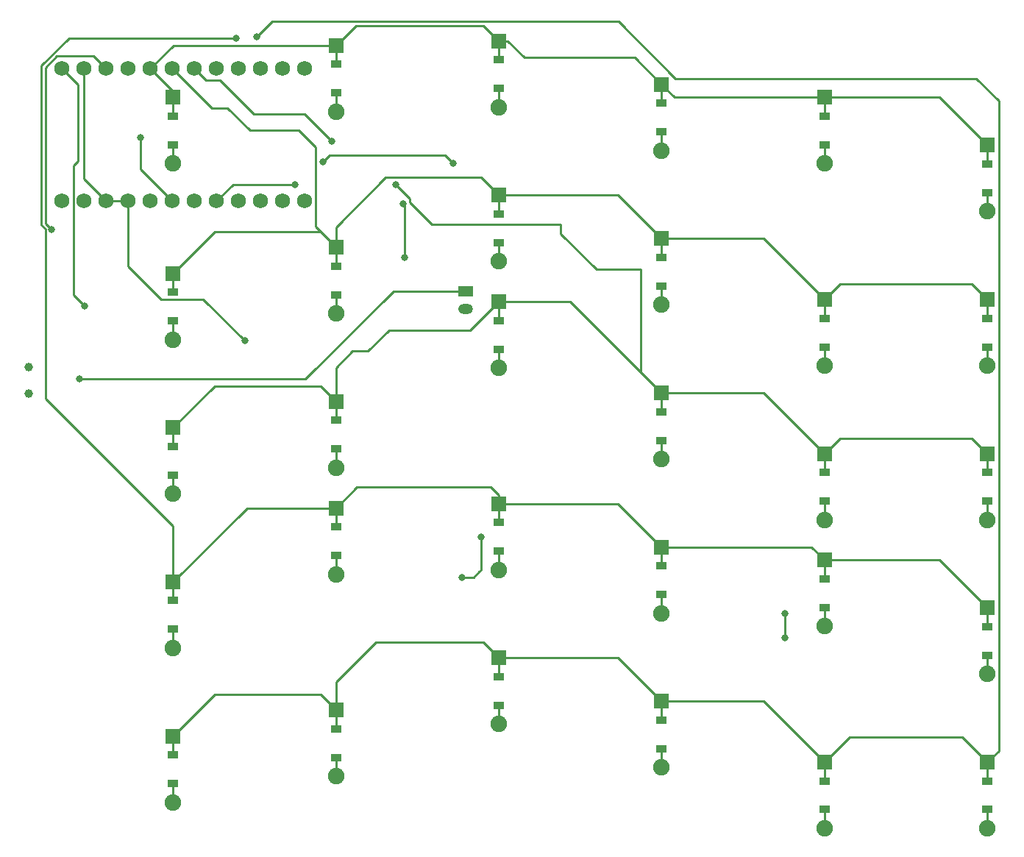
<source format=gbr>
%TF.GenerationSoftware,KiCad,Pcbnew,8.0.7*%
%TF.CreationDate,2025-01-07T17:01:18+01:00*%
%TF.ProjectId,right_finished,72696768-745f-4666-996e-69736865642e,v1.0.0*%
%TF.SameCoordinates,Original*%
%TF.FileFunction,Copper,L1,Top*%
%TF.FilePolarity,Positive*%
%FSLAX46Y46*%
G04 Gerber Fmt 4.6, Leading zero omitted, Abs format (unit mm)*
G04 Created by KiCad (PCBNEW 8.0.7) date 2025-01-07 17:01:18*
%MOMM*%
%LPD*%
G01*
G04 APERTURE LIST*
%TA.AperFunction,WasherPad*%
%ADD10C,1.000000*%
%TD*%
%TA.AperFunction,ComponentPad*%
%ADD11R,1.778000X1.778000*%
%TD*%
%TA.AperFunction,SMDPad,CuDef*%
%ADD12R,1.200000X0.900000*%
%TD*%
%TA.AperFunction,ComponentPad*%
%ADD13C,1.905000*%
%TD*%
%TA.AperFunction,ComponentPad*%
%ADD14C,1.752600*%
%TD*%
%TA.AperFunction,ComponentPad*%
%ADD15R,1.700000X1.200000*%
%TD*%
%TA.AperFunction,ComponentPad*%
%ADD16O,1.700000X1.200000*%
%TD*%
%TA.AperFunction,ViaPad*%
%ADD17C,0.800000*%
%TD*%
%TA.AperFunction,Conductor*%
%ADD18C,0.250000*%
%TD*%
G04 APERTURE END LIST*
D10*
%TO.P,T1,*%
%TO.N,*%
X244950000Y-107250000D03*
X244950000Y-104250000D03*
%TD*%
D11*
%TO.P,D9,1*%
%TO.N,P113*%
X317800000Y-142690000D03*
D12*
X317800000Y-144850000D03*
%TO.P,D9,2*%
%TO.N,mirror_third_mod*%
X317800000Y-148150000D03*
D13*
X317800000Y-150310000D03*
%TD*%
D11*
%TO.P,D4,1*%
%TO.N,P029*%
X355300000Y-96440000D03*
D12*
X355300000Y-98600000D03*
%TO.P,D4,2*%
%TO.N,mirror_first_top*%
X355300000Y-101900000D03*
D13*
X355300000Y-104060000D03*
%TD*%
D11*
%TO.P,D20,1*%
%TO.N,P029*%
X280300000Y-90440000D03*
D12*
X280300000Y-92600000D03*
%TO.P,D20,2*%
%TO.N,mirror_fifth_top*%
X280300000Y-95900000D03*
D13*
X280300000Y-98060000D03*
%TD*%
D11*
%TO.P,D5,1*%
%TO.N,P031*%
X355300000Y-78690000D03*
D12*
X355300000Y-80850000D03*
%TO.P,D5,2*%
%TO.N,mirror_first_num*%
X355300000Y-84150000D03*
D13*
X355300000Y-86310000D03*
%TD*%
D11*
%TO.P,D13,1*%
%TO.N,P031*%
X317800000Y-71690000D03*
D12*
X317800000Y-73850000D03*
%TO.P,D13,2*%
%TO.N,mirror_third_num*%
X317800000Y-77150000D03*
D13*
X317800000Y-79310000D03*
%TD*%
D11*
%TO.P,D15,1*%
%TO.N,P115*%
X299050000Y-119940000D03*
D12*
X299050000Y-122100000D03*
%TO.P,D15,2*%
%TO.N,mirror_fourth_bottom*%
X299050000Y-125400000D03*
D13*
X299050000Y-127560000D03*
%TD*%
D11*
%TO.P,D6,1*%
%TO.N,P113*%
X336550000Y-149690000D03*
D12*
X336550000Y-151850000D03*
%TO.P,D6,2*%
%TO.N,mirror_second_mod*%
X336550000Y-155150000D03*
D13*
X336550000Y-157310000D03*
%TD*%
D11*
%TO.P,D16,1*%
%TO.N,P029*%
X299050000Y-84440000D03*
D12*
X299050000Y-86600000D03*
%TO.P,D16,2*%
%TO.N,mirror_fourth_top*%
X299050000Y-89900000D03*
D13*
X299050000Y-92060000D03*
%TD*%
D11*
%TO.P,D14,1*%
%TO.N,P113*%
X299050000Y-137690000D03*
D12*
X299050000Y-139850000D03*
%TO.P,D14,2*%
%TO.N,mirror_fourth_mod*%
X299050000Y-143150000D03*
D13*
X299050000Y-145310000D03*
%TD*%
D11*
%TO.P,D25,1*%
%TO.N,P115*%
X336550000Y-126440000D03*
D12*
X336550000Y-128600000D03*
%TO.P,D25,2*%
%TO.N,mirror_second_bottom*%
X336550000Y-131900000D03*
D13*
X336550000Y-134060000D03*
%TD*%
D11*
%TO.P,D17,1*%
%TO.N,P031*%
X299050000Y-66690000D03*
D12*
X299050000Y-68850000D03*
%TO.P,D17,2*%
%TO.N,mirror_fourth_num*%
X299050000Y-72150000D03*
D13*
X299050000Y-74310000D03*
%TD*%
D11*
%TO.P,D1,1*%
%TO.N,P113*%
X355300000Y-149690000D03*
D12*
X355300000Y-151850000D03*
%TO.P,D1,2*%
%TO.N,mirror_first_mod*%
X355300000Y-155150000D03*
D13*
X355300000Y-157310000D03*
%TD*%
D11*
%TO.P,D18,1*%
%TO.N,P113*%
X280300000Y-143690000D03*
D12*
X280300000Y-145850000D03*
%TO.P,D18,2*%
%TO.N,mirror_fifth_mod*%
X280300000Y-149150000D03*
D13*
X280300000Y-151310000D03*
%TD*%
D11*
%TO.P,D3,1*%
%TO.N,P002*%
X355300000Y-114190000D03*
D12*
X355300000Y-116350000D03*
%TO.P,D3,2*%
%TO.N,mirror_first_home*%
X355300000Y-119650000D03*
D13*
X355300000Y-121810000D03*
%TD*%
D11*
%TO.P,D23,1*%
%TO.N,P002*%
X261550000Y-111190000D03*
D12*
X261550000Y-113350000D03*
%TO.P,D23,2*%
%TO.N,mirror_sixth_home*%
X261550000Y-116650000D03*
D13*
X261550000Y-118810000D03*
%TD*%
D11*
%TO.P,D11,1*%
%TO.N,P002*%
X317800000Y-107190000D03*
D12*
X317800000Y-109350000D03*
%TO.P,D11,2*%
%TO.N,mirror_third_home*%
X317800000Y-112650000D03*
D13*
X317800000Y-114810000D03*
%TD*%
D11*
%TO.P,D21,1*%
%TO.N,P113*%
X261550000Y-146690000D03*
D12*
X261550000Y-148850000D03*
%TO.P,D21,2*%
%TO.N,mirror_sixth_mod*%
X261550000Y-152150000D03*
D13*
X261550000Y-154310000D03*
%TD*%
D11*
%TO.P,D12,1*%
%TO.N,P029*%
X317800000Y-89440000D03*
D12*
X317800000Y-91600000D03*
%TO.P,D12,2*%
%TO.N,mirror_third_top*%
X317800000Y-94900000D03*
D13*
X317800000Y-97060000D03*
%TD*%
D11*
%TO.P,D29,1*%
%TO.N,P031*%
X280300000Y-67190000D03*
D12*
X280300000Y-69350000D03*
%TO.P,D29,2*%
%TO.N,mirror_fifth_num*%
X280300000Y-72650000D03*
D13*
X280300000Y-74810000D03*
%TD*%
D14*
%TO.P,MCU1,1*%
%TO.N,P006*%
X248780000Y-85120000D03*
%TO.P,MCU1,2*%
%TO.N,P008*%
X251320000Y-85120000D03*
%TO.P,MCU1,3*%
%TO.N,GND*%
X253860000Y-85120000D03*
%TO.P,MCU1,4*%
X256400000Y-85120000D03*
%TO.P,MCU1,5*%
%TO.N,P017*%
X258940000Y-85120000D03*
%TO.P,MCU1,6*%
%TO.N,P020*%
X261480000Y-85120000D03*
%TO.P,MCU1,7*%
%TO.N,P022*%
X264020000Y-85120000D03*
%TO.P,MCU1,8*%
%TO.N,P024*%
X266560000Y-85120000D03*
%TO.P,MCU1,9*%
%TO.N,P100*%
X269100000Y-85120000D03*
%TO.P,MCU1,10*%
%TO.N,P011*%
X271640000Y-85120000D03*
%TO.P,MCU1,11*%
%TO.N,P104*%
X274180000Y-85120000D03*
%TO.P,MCU1,12*%
%TO.N,P106*%
X276720000Y-85120000D03*
%TO.P,MCU1,13*%
%TO.N,P009*%
X276720000Y-69880000D03*
%TO.P,MCU1,14*%
%TO.N,P010*%
X274180000Y-69880000D03*
%TO.P,MCU1,15*%
%TO.N,P111*%
X271640000Y-69880000D03*
%TO.P,MCU1,16*%
%TO.N,P113*%
X269100000Y-69880000D03*
%TO.P,MCU1,17*%
%TO.N,P115*%
X266560000Y-69880000D03*
%TO.P,MCU1,18*%
%TO.N,P002*%
X264020000Y-69880000D03*
%TO.P,MCU1,19*%
%TO.N,P029*%
X261480000Y-69880000D03*
%TO.P,MCU1,20*%
%TO.N,P031*%
X258940000Y-69880000D03*
%TO.P,MCU1,21*%
%TO.N,VCC*%
X256400000Y-69880000D03*
%TO.P,MCU1,22*%
%TO.N,RST*%
X253860000Y-69880000D03*
%TO.P,MCU1,23*%
%TO.N,GND*%
X251320000Y-69880000D03*
%TO.P,MCU1,24*%
%TO.N,RAW*%
X248780000Y-69880000D03*
%TD*%
D11*
%TO.P,D24,1*%
%TO.N,P029*%
X261550000Y-93440000D03*
D12*
X261550000Y-95600000D03*
%TO.P,D24,2*%
%TO.N,mirror_sixth_top*%
X261550000Y-98900000D03*
D13*
X261550000Y-101060000D03*
%TD*%
D11*
%TO.P,D19,1*%
%TO.N,P002*%
X280300000Y-108190000D03*
D12*
X280300000Y-110350000D03*
%TO.P,D19,2*%
%TO.N,mirror_fifth_home*%
X280300000Y-113650000D03*
D13*
X280300000Y-115810000D03*
%TD*%
D11*
%TO.P,D28,1*%
%TO.N,P115*%
X280300000Y-120440000D03*
D12*
X280300000Y-122600000D03*
%TO.P,D28,2*%
%TO.N,mirror_fifth_bottom*%
X280300000Y-125900000D03*
D13*
X280300000Y-128060000D03*
%TD*%
D11*
%TO.P,D22,1*%
%TO.N,P115*%
X261550000Y-128940000D03*
D12*
X261550000Y-131100000D03*
%TO.P,D22,2*%
%TO.N,mirror_sixth_bottom*%
X261550000Y-134400000D03*
D13*
X261550000Y-136560000D03*
%TD*%
D15*
%TO.P,JST1,1*%
%TO.N,pos*%
X295250000Y-95500000D03*
D16*
%TO.P,JST1,2*%
%TO.N,GND*%
X295250000Y-97500000D03*
%TD*%
D11*
%TO.P,D27,1*%
%TO.N,P002*%
X299050000Y-96690000D03*
D12*
X299050000Y-98850000D03*
%TO.P,D27,2*%
%TO.N,mirror_fourth_home*%
X299050000Y-102150000D03*
D13*
X299050000Y-104310000D03*
%TD*%
D11*
%TO.P,D8,1*%
%TO.N,P029*%
X336550000Y-96440000D03*
D12*
X336550000Y-98600000D03*
%TO.P,D8,2*%
%TO.N,mirror_second_top*%
X336550000Y-101900000D03*
D13*
X336550000Y-104060000D03*
%TD*%
D11*
%TO.P,D30,1*%
%TO.N,P031*%
X261550000Y-73190000D03*
D12*
X261550000Y-75350000D03*
%TO.P,D30,2*%
%TO.N,mirror_sixth_num*%
X261550000Y-78650000D03*
D13*
X261550000Y-80810000D03*
%TD*%
D11*
%TO.P,D7,1*%
%TO.N,P002*%
X336550000Y-114190000D03*
D12*
X336550000Y-116350000D03*
%TO.P,D7,2*%
%TO.N,mirror_second_home*%
X336550000Y-119650000D03*
D13*
X336550000Y-121810000D03*
%TD*%
D11*
%TO.P,D10,1*%
%TO.N,P115*%
X317800000Y-124940000D03*
D12*
X317800000Y-127100000D03*
%TO.P,D10,2*%
%TO.N,mirror_third_bottom*%
X317800000Y-130400000D03*
D13*
X317800000Y-132560000D03*
%TD*%
D11*
%TO.P,D26,1*%
%TO.N,P031*%
X336550000Y-73190000D03*
D12*
X336550000Y-75350000D03*
%TO.P,D26,2*%
%TO.N,mirror_second_num*%
X336550000Y-78650000D03*
D13*
X336550000Y-80810000D03*
%TD*%
D11*
%TO.P,D2,1*%
%TO.N,P115*%
X355300000Y-131940000D03*
D12*
X355300000Y-134100000D03*
%TO.P,D2,2*%
%TO.N,mirror_first_bottom*%
X355300000Y-137400000D03*
D13*
X355300000Y-139560000D03*
%TD*%
D17*
%TO.N,P020*%
X257800000Y-77800000D03*
%TO.N,P022*%
X332000000Y-135400000D03*
X332000000Y-132600000D03*
%TO.N,P024*%
X293800000Y-80800000D03*
X278800000Y-80600000D03*
X275600000Y-83200000D03*
%TO.N,P100*%
X288000000Y-85400000D03*
X297000000Y-123800000D03*
X294800000Y-128400000D03*
X288200000Y-91600000D03*
%TO.N,P113*%
X271200000Y-66200000D03*
%TO.N,P115*%
X268800000Y-66400000D03*
%TO.N,P002*%
X279800000Y-78200000D03*
X287200000Y-83200000D03*
%TO.N,RAW*%
X251400000Y-97200000D03*
%TO.N,GND*%
X269800000Y-101200000D03*
%TO.N,RST*%
X247600000Y-88400000D03*
%TO.N,pos*%
X250800000Y-105600000D03*
%TD*%
D18*
%TO.N,P020*%
X257800000Y-77800000D02*
X257800000Y-81440000D01*
X257800000Y-81440000D02*
X261480000Y-85120000D01*
%TO.N,mirror_first_mod*%
X355300000Y-157310000D02*
X355300000Y-155150000D01*
%TO.N,mirror_first_bottom*%
X355300000Y-139560000D02*
X355300000Y-137400000D01*
%TO.N,mirror_first_home*%
X355300000Y-121810000D02*
X355300000Y-119650000D01*
%TO.N,mirror_first_top*%
X355300000Y-104060000D02*
X355300000Y-101900000D01*
%TO.N,mirror_first_num*%
X355300000Y-86310000D02*
X355300000Y-84150000D01*
%TO.N,P022*%
X332000000Y-132600000D02*
X332000000Y-135400000D01*
%TO.N,mirror_second_mod*%
X336550000Y-157310000D02*
X336550000Y-155150000D01*
%TO.N,mirror_second_bottom*%
X336550000Y-134060000D02*
X336550000Y-131900000D01*
%TO.N,mirror_second_home*%
X336550000Y-121810000D02*
X336550000Y-119650000D01*
%TO.N,mirror_second_top*%
X336550000Y-104060000D02*
X336550000Y-101900000D01*
%TO.N,mirror_second_num*%
X336550000Y-80810000D02*
X336550000Y-78650000D01*
%TO.N,P024*%
X293800000Y-80800000D02*
X292825000Y-79825000D01*
X279575000Y-79825000D02*
X278800000Y-80600000D01*
X268480000Y-83200000D02*
X266560000Y-85120000D01*
X275600000Y-83200000D02*
X268480000Y-83200000D01*
X292825000Y-79825000D02*
X279575000Y-79825000D01*
%TO.N,mirror_third_mod*%
X317800000Y-150310000D02*
X317800000Y-148150000D01*
%TO.N,mirror_third_bottom*%
X317800000Y-132560000D02*
X317800000Y-130400000D01*
%TO.N,mirror_third_home*%
X317800000Y-114810000D02*
X317800000Y-112650000D01*
%TO.N,mirror_third_top*%
X317800000Y-97060000D02*
X317800000Y-94900000D01*
%TO.N,mirror_third_num*%
X317800000Y-79310000D02*
X317800000Y-77150000D01*
%TO.N,P100*%
X288200000Y-85600000D02*
X288200000Y-91600000D01*
X296800000Y-127800000D02*
X296200000Y-128400000D01*
X297000000Y-127600000D02*
X296800000Y-127800000D01*
X288000000Y-85400000D02*
X288200000Y-85600000D01*
X296200000Y-128400000D02*
X294800000Y-128400000D01*
X297000000Y-123800000D02*
X297000000Y-127600000D01*
%TO.N,mirror_fourth_mod*%
X299050000Y-145310000D02*
X299050000Y-143150000D01*
%TO.N,mirror_fourth_bottom*%
X299050000Y-127560000D02*
X299050000Y-125400000D01*
%TO.N,mirror_fourth_home*%
X299050000Y-104310000D02*
X299050000Y-102150000D01*
%TO.N,mirror_fourth_top*%
X299050000Y-92060000D02*
X299050000Y-89900000D01*
%TO.N,mirror_fourth_num*%
X299050000Y-74310000D02*
X299050000Y-72150000D01*
%TO.N,mirror_fifth_mod*%
X280300000Y-151310000D02*
X280300000Y-149150000D01*
%TO.N,mirror_fifth_bottom*%
X280300000Y-128060000D02*
X280300000Y-125900000D01*
%TO.N,mirror_fifth_home*%
X280300000Y-115810000D02*
X280300000Y-113650000D01*
%TO.N,mirror_fifth_top*%
X280300000Y-98060000D02*
X280300000Y-95900000D01*
%TO.N,mirror_fifth_num*%
X280300000Y-74810000D02*
X280300000Y-72650000D01*
%TO.N,mirror_sixth_mod*%
X261550000Y-154310000D02*
X261550000Y-152150000D01*
%TO.N,mirror_sixth_bottom*%
X261550000Y-136560000D02*
X261550000Y-134400000D01*
%TO.N,mirror_sixth_home*%
X261550000Y-118810000D02*
X261550000Y-116650000D01*
%TO.N,mirror_sixth_top*%
X261550000Y-101060000D02*
X261550000Y-98900000D01*
%TO.N,mirror_sixth_num*%
X261550000Y-80810000D02*
X261550000Y-78650000D01*
%TO.N,P113*%
X266329500Y-141910500D02*
X261550000Y-146690000D01*
X297270500Y-135910500D02*
X284889500Y-135910500D01*
X312808120Y-64460500D02*
X272939500Y-64460500D01*
X319347620Y-71000000D02*
X312808120Y-64460500D01*
X329550000Y-142690000D02*
X317800000Y-142690000D01*
X356600000Y-147800000D02*
X356600000Y-77752380D01*
X280300000Y-140500000D02*
X280300000Y-143690000D01*
X356600000Y-73600000D02*
X354000000Y-71000000D01*
X280300000Y-143690000D02*
X280300000Y-145850000D01*
X355300000Y-149690000D02*
X355300000Y-151850000D01*
X355300000Y-149690000D02*
X352410000Y-146800000D01*
X280300000Y-143690000D02*
X278520500Y-141910500D01*
X312800000Y-137690000D02*
X299050000Y-137690000D01*
X355300000Y-149690000D02*
X356600000Y-148390000D01*
X299050000Y-137690000D02*
X299050000Y-139850000D01*
X335000000Y-71000000D02*
X319347620Y-71000000D01*
X299050000Y-137690000D02*
X297270500Y-135910500D01*
X339440000Y-146800000D02*
X336550000Y-149690000D01*
X272939500Y-64460500D02*
X271200000Y-66200000D01*
X261550000Y-146690000D02*
X261550000Y-148850000D01*
X336550000Y-149690000D02*
X329550000Y-142690000D01*
X284889500Y-135910500D02*
X280300000Y-140500000D01*
X354000000Y-71000000D02*
X335000000Y-71000000D01*
X278520500Y-141910500D02*
X266329500Y-141910500D01*
X352410000Y-146800000D02*
X339440000Y-146800000D01*
X317800000Y-142690000D02*
X317800000Y-144850000D01*
X356600000Y-148390000D02*
X356600000Y-147800000D01*
X317800000Y-142690000D02*
X312800000Y-137690000D01*
X336550000Y-149690000D02*
X336550000Y-151850000D01*
X356600000Y-77752380D02*
X356600000Y-73600000D01*
%TO.N,P115*%
X299050000Y-119940000D02*
X299050000Y-122100000D01*
X299050000Y-118930000D02*
X299050000Y-119940000D01*
X280300000Y-120440000D02*
X282740000Y-118000000D01*
X280300000Y-120440000D02*
X280300000Y-122600000D01*
X299050000Y-119940000D02*
X312800000Y-119940000D01*
X246425000Y-87861396D02*
X246425000Y-87375000D01*
X261550000Y-128940000D02*
X270050000Y-120440000D01*
X349800000Y-126440000D02*
X355300000Y-131940000D01*
X246425000Y-69538604D02*
X249563604Y-66400000D01*
X317800000Y-124940000D02*
X317800000Y-127100000D01*
X261550000Y-122550000D02*
X246875000Y-107875000D01*
X335050000Y-124940000D02*
X336550000Y-126440000D01*
X261550000Y-128940000D02*
X261550000Y-131100000D01*
X249563604Y-66400000D02*
X268800000Y-66400000D01*
X282740000Y-118000000D02*
X298120000Y-118000000D01*
X317800000Y-124940000D02*
X335050000Y-124940000D01*
X336550000Y-126440000D02*
X336550000Y-128600000D01*
X246875000Y-107875000D02*
X246875000Y-88311396D01*
X355300000Y-134100000D02*
X355300000Y-131940000D01*
X270050000Y-120440000D02*
X280300000Y-120440000D01*
X312800000Y-119940000D02*
X317800000Y-124940000D01*
X298120000Y-118000000D02*
X299050000Y-118930000D01*
X261550000Y-128940000D02*
X261550000Y-122550000D01*
X336550000Y-126440000D02*
X349800000Y-126440000D01*
X246875000Y-88311396D02*
X246425000Y-87861396D01*
X246425000Y-87375000D02*
X246425000Y-69538604D01*
%TO.N,P002*%
X288800000Y-84800000D02*
X287200000Y-83200000D01*
X310295001Y-93000000D02*
X306200000Y-88904999D01*
X276689500Y-75089500D02*
X270823184Y-75089500D01*
X261550000Y-111190000D02*
X261550000Y-113350000D01*
X329550000Y-107190000D02*
X317800000Y-107190000D01*
X299050000Y-96690000D02*
X299050000Y-98850000D01*
X270823184Y-75089500D02*
X266933684Y-71200000D01*
X279800000Y-78200000D02*
X276689500Y-75089500D01*
X315400000Y-93000000D02*
X310295001Y-93000000D01*
X317800000Y-107190000D02*
X315400000Y-104790000D01*
X266329500Y-106410500D02*
X261550000Y-111190000D01*
X355300000Y-114190000D02*
X355300000Y-116350000D01*
X266933684Y-71200000D02*
X265340000Y-71200000D01*
X282200000Y-102400000D02*
X280300000Y-104300000D01*
X291345001Y-87800000D02*
X288800000Y-85254999D01*
X317800000Y-107190000D02*
X307300000Y-96690000D01*
X280300000Y-104300000D02*
X280300000Y-108190000D01*
X317800000Y-107190000D02*
X317800000Y-109350000D01*
X299050000Y-96690000D02*
X295740000Y-100000000D01*
X284000000Y-102400000D02*
X282200000Y-102400000D01*
X336550000Y-114190000D02*
X329550000Y-107190000D01*
X306200000Y-88904999D02*
X306200000Y-87800000D01*
X336550000Y-114190000D02*
X336550000Y-116350000D01*
X307300000Y-96690000D02*
X299050000Y-96690000D01*
X278520500Y-106410500D02*
X266329500Y-106410500D01*
X288800000Y-85254999D02*
X288800000Y-84800000D01*
X353510000Y-112400000D02*
X338340000Y-112400000D01*
X355300000Y-114190000D02*
X353510000Y-112400000D01*
X280300000Y-108190000D02*
X278520500Y-106410500D01*
X265340000Y-71200000D02*
X264020000Y-69880000D01*
X306200000Y-87800000D02*
X291345001Y-87800000D01*
X295740000Y-100000000D02*
X286400000Y-100000000D01*
X315400000Y-104790000D02*
X315400000Y-93000000D01*
X286400000Y-100000000D02*
X284000000Y-102400000D01*
X280300000Y-108190000D02*
X280300000Y-110350000D01*
X338340000Y-112400000D02*
X336550000Y-114190000D01*
%TO.N,P029*%
X299050000Y-84440000D02*
X312800000Y-84440000D01*
X280300000Y-90440000D02*
X280300000Y-88100000D01*
X317800000Y-89440000D02*
X329550000Y-89440000D01*
X355300000Y-96440000D02*
X355300000Y-98600000D01*
X277942802Y-78942802D02*
X276000000Y-77000000D01*
X280300000Y-90440000D02*
X280300000Y-92600000D01*
X278520500Y-88660500D02*
X280300000Y-90440000D01*
X280300000Y-90440000D02*
X277942802Y-88082802D01*
X336550000Y-96440000D02*
X336550000Y-98600000D01*
X286000000Y-82400000D02*
X297010000Y-82400000D01*
X312800000Y-84440000D02*
X317800000Y-89440000D01*
X353520500Y-94660500D02*
X355300000Y-96440000D01*
X261550000Y-93440000D02*
X266329500Y-88660500D01*
X267801650Y-74400000D02*
X266000000Y-74400000D01*
X261550000Y-93440000D02*
X261550000Y-95600000D01*
X266329500Y-88660500D02*
X278520500Y-88660500D01*
X338329500Y-94660500D02*
X353520500Y-94660500D01*
X266000000Y-74400000D02*
X261480000Y-69880000D01*
X299050000Y-84440000D02*
X299050000Y-86600000D01*
X329550000Y-89440000D02*
X336550000Y-96440000D01*
X280300000Y-88100000D02*
X286000000Y-82400000D01*
X270401650Y-77000000D02*
X267801650Y-74400000D01*
X276000000Y-77000000D02*
X270401650Y-77000000D01*
X336550000Y-96440000D02*
X338329500Y-94660500D01*
X297010000Y-82400000D02*
X299050000Y-84440000D01*
X317800000Y-89440000D02*
X317800000Y-91600000D01*
X277942802Y-88082802D02*
X277942802Y-78942802D01*
%TO.N,P031*%
X282579500Y-64910500D02*
X280300000Y-67190000D01*
X299050000Y-66690000D02*
X299050000Y-68850000D01*
X280300000Y-67190000D02*
X280300000Y-69350000D01*
X336550000Y-73190000D02*
X336550000Y-75350000D01*
X317800000Y-71690000D02*
X317800000Y-73850000D01*
X319300000Y-73190000D02*
X317800000Y-71690000D01*
X349800000Y-73190000D02*
X336550000Y-73190000D01*
X261550000Y-72490000D02*
X261550000Y-73190000D01*
X261550000Y-73190000D02*
X261550000Y-75350000D01*
X258940000Y-69880000D02*
X261550000Y-72490000D01*
X280300000Y-67190000D02*
X261630000Y-67190000D01*
X314710000Y-68600000D02*
X302000000Y-68600000D01*
X336550000Y-73190000D02*
X319300000Y-73190000D01*
X297270500Y-64910500D02*
X282579500Y-64910500D01*
X317800000Y-71690000D02*
X314710000Y-68600000D01*
X300090000Y-66690000D02*
X299050000Y-66690000D01*
X302000000Y-68600000D02*
X300090000Y-66690000D01*
X261630000Y-67190000D02*
X258940000Y-69880000D01*
X299050000Y-66690000D02*
X297270500Y-64910500D01*
X355300000Y-78690000D02*
X355300000Y-80850000D01*
X355300000Y-78690000D02*
X349800000Y-73190000D01*
%TO.N,RAW*%
X250625000Y-80526650D02*
X250625000Y-71725000D01*
X250118700Y-81032950D02*
X250625000Y-80526650D01*
X251400000Y-97200000D02*
X250118700Y-95918700D01*
X250625000Y-71725000D02*
X248780000Y-69880000D01*
X250118700Y-95918700D02*
X250118700Y-81032950D01*
%TO.N,GND*%
X256400000Y-92633684D02*
X256400000Y-85120000D01*
X256400000Y-85120000D02*
X253860000Y-85120000D01*
X260166316Y-96400000D02*
X256400000Y-92633684D01*
X265000000Y-96400000D02*
X260166316Y-96400000D01*
X269800000Y-101200000D02*
X265000000Y-96400000D01*
X253860000Y-85120000D02*
X251320000Y-82580000D01*
X251320000Y-82580000D02*
X251320000Y-69880000D01*
%TO.N,RST*%
X248200000Y-68400000D02*
X252380000Y-68400000D01*
X246875000Y-69725000D02*
X248200000Y-68400000D01*
X252380000Y-68400000D02*
X253860000Y-69880000D01*
X247600000Y-88400000D02*
X246875000Y-87675000D01*
X246875000Y-87675000D02*
X246875000Y-69725000D01*
%TO.N,pos*%
X286900000Y-95500000D02*
X295250000Y-95500000D01*
X276800000Y-105600000D02*
X286900000Y-95500000D01*
X250800000Y-105600000D02*
X276800000Y-105600000D01*
%TD*%
M02*

</source>
